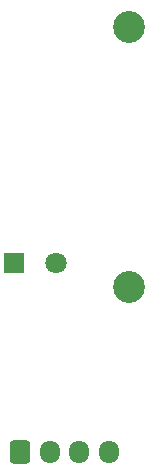
<source format=gbr>
%TF.GenerationSoftware,KiCad,Pcbnew,(6.0.4)*%
%TF.CreationDate,2022-04-07T16:53:33-04:00*%
%TF.ProjectId,larson_vu_pcb,6c617273-6f6e-45f7-9675-5f7063622e6b,rev?*%
%TF.SameCoordinates,Original*%
%TF.FileFunction,Soldermask,Bot*%
%TF.FilePolarity,Negative*%
%FSLAX46Y46*%
G04 Gerber Fmt 4.6, Leading zero omitted, Abs format (unit mm)*
G04 Created by KiCad (PCBNEW (6.0.4)) date 2022-04-07 16:53:33*
%MOMM*%
%LPD*%
G01*
G04 APERTURE LIST*
G04 Aperture macros list*
%AMRoundRect*
0 Rectangle with rounded corners*
0 $1 Rounding radius*
0 $2 $3 $4 $5 $6 $7 $8 $9 X,Y pos of 4 corners*
0 Add a 4 corners polygon primitive as box body*
4,1,4,$2,$3,$4,$5,$6,$7,$8,$9,$2,$3,0*
0 Add four circle primitives for the rounded corners*
1,1,$1+$1,$2,$3*
1,1,$1+$1,$4,$5*
1,1,$1+$1,$6,$7*
1,1,$1+$1,$8,$9*
0 Add four rect primitives between the rounded corners*
20,1,$1+$1,$2,$3,$4,$5,0*
20,1,$1+$1,$4,$5,$6,$7,0*
20,1,$1+$1,$6,$7,$8,$9,0*
20,1,$1+$1,$8,$9,$2,$3,0*%
G04 Aperture macros list end*
%ADD10R,1.800000X1.800000*%
%ADD11C,1.800000*%
%ADD12RoundRect,0.250000X-0.600000X-0.725000X0.600000X-0.725000X0.600000X0.725000X-0.600000X0.725000X0*%
%ADD13O,1.700000X1.950000*%
%ADD14C,2.700000*%
G04 APERTURE END LIST*
D10*
%TO.C,C1*%
X64250000Y-79000000D03*
D11*
X67750000Y-79000000D03*
%TD*%
D12*
%TO.C,J1*%
X64750000Y-95025000D03*
D13*
X67250000Y-95025000D03*
X69750000Y-95025000D03*
X72250000Y-95025000D03*
%TD*%
D14*
%TO.C,H2*%
X74000000Y-59000000D03*
%TD*%
%TO.C,H1*%
X74000000Y-81000000D03*
%TD*%
M02*

</source>
